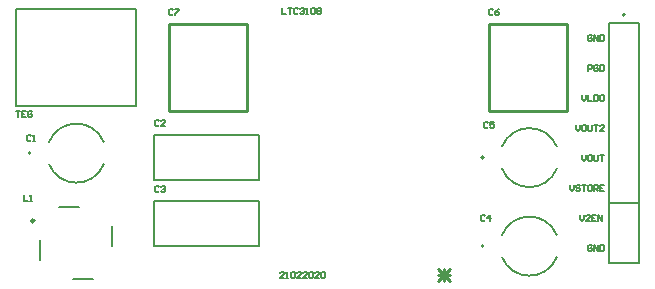
<source format=gto>
G04 Layer_Color=65535*
%FSLAX44Y44*%
%MOMM*%
G71*
G01*
G75*
%ADD13C,0.2540*%
%ADD25C,0.2000*%
%ADD26C,0.1270*%
%ADD27C,0.2500*%
D13*
X1045210Y695960D02*
Y769620D01*
X1111250D01*
Y695960D02*
Y769620D01*
X1045210Y695960D02*
X1111250D01*
X774700D02*
Y769620D01*
X840740D01*
Y695960D02*
Y769620D01*
X774700Y695960D02*
X840740D01*
X1002030Y562606D02*
X1012187Y552449D01*
X1002030D02*
X1012187Y562606D01*
X1002030Y557528D02*
X1012187D01*
X1007108Y552449D02*
Y562606D01*
D25*
X657330Y660400D02*
G03*
X657330Y660400I-1000J0D01*
G01*
X1040870Y581660D02*
G03*
X1040870Y581660I-1000J0D01*
G01*
Y656590D02*
G03*
X1040870Y656590I-1000J0D01*
G01*
X1160510Y777390D02*
G03*
X1160510Y777390I-1000J0D01*
G01*
X726460Y581700D02*
Y598700D01*
X693460Y553700D02*
X710460D01*
X665460Y569700D02*
Y586700D01*
X681460Y614700D02*
X698460D01*
X1146810Y618490D02*
X1172210D01*
Y567690D02*
Y618490D01*
X1146810Y567690D02*
X1172210D01*
X1146810D02*
Y618490D01*
X1172210D01*
X1146810Y770890D02*
X1172210D01*
X1146810Y618490D02*
Y770890D01*
X1172210Y618490D02*
Y770890D01*
X850900Y637540D02*
Y675640D01*
X762000Y637540D02*
X850900D01*
X762000D02*
Y675640D01*
X850900D01*
Y581660D02*
Y619760D01*
X762000Y581660D02*
X850900D01*
X762000D02*
Y619760D01*
X850900D01*
D26*
X719140Y669765D02*
G03*
X672780Y669765I-23180J-9365D01*
G01*
Y651035D02*
G03*
X719140Y651035I23180J9365D01*
G01*
X1102680Y591025D02*
G03*
X1056320Y591025I-23180J-9365D01*
G01*
Y572295D02*
G03*
X1102680Y572295I23180J9365D01*
G01*
Y665955D02*
G03*
X1056320Y665955I-23180J-9365D01*
G01*
Y647225D02*
G03*
X1102680Y647225I23180J9365D01*
G01*
X645160Y700680D02*
X746760D01*
X645160Y782680D02*
X746760D01*
Y700680D02*
Y782680D01*
X645160Y700680D02*
Y782680D01*
X872066Y554990D02*
X868680D01*
X872066Y558376D01*
Y559222D01*
X871219Y560068D01*
X869526D01*
X868680Y559222D01*
X873758Y554990D02*
X875451D01*
X874605D01*
Y560068D01*
X873758Y559222D01*
X877990D02*
X878837Y560068D01*
X880529D01*
X881376Y559222D01*
Y555836D01*
X880529Y554990D01*
X878837D01*
X877990Y555836D01*
Y559222D01*
X886454Y554990D02*
X883069D01*
X886454Y558376D01*
Y559222D01*
X885608Y560068D01*
X883915D01*
X883069Y559222D01*
X891533Y554990D02*
X888147D01*
X891533Y558376D01*
Y559222D01*
X890686Y560068D01*
X888993D01*
X888147Y559222D01*
X893225D02*
X894072Y560068D01*
X895765D01*
X896611Y559222D01*
Y555836D01*
X895765Y554990D01*
X894072D01*
X893225Y555836D01*
Y559222D01*
X901689Y554990D02*
X898304D01*
X901689Y558376D01*
Y559222D01*
X900843Y560068D01*
X899150D01*
X898304Y559222D01*
X903382D02*
X904229Y560068D01*
X905921D01*
X906768Y559222D01*
Y555836D01*
X905921Y554990D01*
X904229D01*
X903382Y555836D01*
Y559222D01*
X1132416Y582082D02*
X1131569Y582928D01*
X1129876D01*
X1129030Y582082D01*
Y578696D01*
X1129876Y577850D01*
X1131569D01*
X1132416Y578696D01*
Y580389D01*
X1130723D01*
X1134108Y577850D02*
Y582928D01*
X1137494Y577850D01*
Y582928D01*
X1139187D02*
Y577850D01*
X1141726D01*
X1142572Y578696D01*
Y582082D01*
X1141726Y582928D01*
X1139187D01*
X1132416Y759882D02*
X1131569Y760728D01*
X1129876D01*
X1129030Y759882D01*
Y756496D01*
X1129876Y755650D01*
X1131569D01*
X1132416Y756496D01*
Y758189D01*
X1130723D01*
X1134108Y755650D02*
Y760728D01*
X1137494Y755650D01*
Y760728D01*
X1139187D02*
Y755650D01*
X1141726D01*
X1142572Y756496D01*
Y759882D01*
X1141726Y760728D01*
X1139187D01*
X1122680Y608328D02*
Y604943D01*
X1124373Y603250D01*
X1126066Y604943D01*
Y608328D01*
X1131144Y603250D02*
X1127758D01*
X1131144Y606636D01*
Y607482D01*
X1130297Y608328D01*
X1128605D01*
X1127758Y607482D01*
X1136222Y608328D02*
X1132837D01*
Y603250D01*
X1136222D01*
X1132837Y605789D02*
X1134529D01*
X1137915Y603250D02*
Y608328D01*
X1141301Y603250D01*
Y608328D01*
X1113790Y633728D02*
Y630343D01*
X1115483Y628650D01*
X1117176Y630343D01*
Y633728D01*
X1122254Y632882D02*
X1121407Y633728D01*
X1119715D01*
X1118868Y632882D01*
Y632036D01*
X1119715Y631189D01*
X1121407D01*
X1122254Y630343D01*
Y629496D01*
X1121407Y628650D01*
X1119715D01*
X1118868Y629496D01*
X1123947Y633728D02*
X1127332D01*
X1125639D01*
Y628650D01*
X1131564Y633728D02*
X1129872D01*
X1129025Y632882D01*
Y629496D01*
X1129872Y628650D01*
X1131564D01*
X1132411Y629496D01*
Y632882D01*
X1131564Y633728D01*
X1134103Y628650D02*
Y633728D01*
X1136643D01*
X1137489Y632882D01*
Y631189D01*
X1136643Y630343D01*
X1134103D01*
X1135796D02*
X1137489Y628650D01*
X1142567Y633728D02*
X1139182D01*
Y628650D01*
X1142567D01*
X1139182Y631189D02*
X1140874D01*
X1123950Y659128D02*
Y655743D01*
X1125643Y654050D01*
X1127336Y655743D01*
Y659128D01*
X1131568D02*
X1129875D01*
X1129028Y658282D01*
Y654896D01*
X1129875Y654050D01*
X1131568D01*
X1132414Y654896D01*
Y658282D01*
X1131568Y659128D01*
X1134107D02*
Y654896D01*
X1134953Y654050D01*
X1136646D01*
X1137492Y654896D01*
Y659128D01*
X1139185D02*
X1142571D01*
X1140878D01*
Y654050D01*
X1118870Y684528D02*
Y681143D01*
X1120563Y679450D01*
X1122256Y681143D01*
Y684528D01*
X1126488D02*
X1124795D01*
X1123948Y683682D01*
Y680296D01*
X1124795Y679450D01*
X1126488D01*
X1127334Y680296D01*
Y683682D01*
X1126488Y684528D01*
X1129027D02*
Y680296D01*
X1129873Y679450D01*
X1131566D01*
X1132412Y680296D01*
Y684528D01*
X1134105D02*
X1137491D01*
X1135798D01*
Y679450D01*
X1142569D02*
X1139183D01*
X1142569Y682836D01*
Y683682D01*
X1141723Y684528D01*
X1140030D01*
X1139183Y683682D01*
X1123950Y709928D02*
Y706543D01*
X1125643Y704850D01*
X1127336Y706543D01*
Y709928D01*
X1129028D02*
Y704850D01*
X1132414D01*
X1134107Y709928D02*
Y704850D01*
X1136646D01*
X1137492Y705696D01*
Y709082D01*
X1136646Y709928D01*
X1134107D01*
X1141724D02*
X1140032D01*
X1139185Y709082D01*
Y705696D01*
X1140032Y704850D01*
X1141724D01*
X1142571Y705696D01*
Y709082D01*
X1141724Y709928D01*
X1129030Y730250D02*
Y735328D01*
X1131569D01*
X1132416Y734482D01*
Y732789D01*
X1131569Y731943D01*
X1129030D01*
X1137494Y734482D02*
X1136647Y735328D01*
X1134955D01*
X1134108Y734482D01*
Y731096D01*
X1134955Y730250D01*
X1136647D01*
X1137494Y731096D01*
Y732789D01*
X1135801D01*
X1139187Y735328D02*
Y730250D01*
X1141726D01*
X1142572Y731096D01*
Y734482D01*
X1141726Y735328D01*
X1139187D01*
X869950Y783588D02*
Y778510D01*
X873336D01*
X875028Y783588D02*
X878414D01*
X876721D01*
Y778510D01*
X883492Y782742D02*
X882646Y783588D01*
X880953D01*
X880107Y782742D01*
Y779356D01*
X880953Y778510D01*
X882646D01*
X883492Y779356D01*
X885185Y782742D02*
X886031Y783588D01*
X887724D01*
X888571Y782742D01*
Y781896D01*
X887724Y781049D01*
X886878D01*
X887724D01*
X888571Y780203D01*
Y779356D01*
X887724Y778510D01*
X886031D01*
X885185Y779356D01*
X890263Y778510D02*
X891956D01*
X891110D01*
Y783588D01*
X890263Y782742D01*
X894495D02*
X895342Y783588D01*
X897035D01*
X897881Y782742D01*
Y779356D01*
X897035Y778510D01*
X895342D01*
X894495Y779356D01*
Y782742D01*
X899574D02*
X900420Y783588D01*
X902113D01*
X902959Y782742D01*
Y781896D01*
X902113Y781049D01*
X902959Y780203D01*
Y779356D01*
X902113Y778510D01*
X900420D01*
X899574Y779356D01*
Y780203D01*
X900420Y781049D01*
X899574Y781896D01*
Y782742D01*
X900420Y781049D02*
X902113D01*
X645160Y695958D02*
X648546D01*
X646853D01*
Y690880D01*
X653624Y695958D02*
X650238D01*
Y690880D01*
X653624D01*
X650238Y693419D02*
X651931D01*
X658702Y695112D02*
X657856Y695958D01*
X656163D01*
X655317Y695112D01*
Y691726D01*
X656163Y690880D01*
X657856D01*
X658702Y691726D01*
Y693419D01*
X657010D01*
X657836Y674792D02*
X656989Y675638D01*
X655296D01*
X654450Y674792D01*
Y671406D01*
X655296Y670560D01*
X656989D01*
X657836Y671406D01*
X659528Y670560D02*
X661221D01*
X660375D01*
Y675638D01*
X659528Y674792D01*
X651910Y624788D02*
Y619710D01*
X655296D01*
X656988D02*
X658681D01*
X657835D01*
Y624788D01*
X656988Y623942D01*
X1042246Y607482D02*
X1041399Y608328D01*
X1039706D01*
X1038860Y607482D01*
Y604096D01*
X1039706Y603250D01*
X1041399D01*
X1042246Y604096D01*
X1046478Y603250D02*
Y608328D01*
X1043938Y605789D01*
X1047324D01*
X1044786Y686222D02*
X1043939Y687068D01*
X1042246D01*
X1041400Y686222D01*
Y682836D01*
X1042246Y681990D01*
X1043939D01*
X1044786Y682836D01*
X1049864Y687068D02*
X1046478D01*
Y684529D01*
X1048171Y685376D01*
X1049017D01*
X1049864Y684529D01*
Y682836D01*
X1049017Y681990D01*
X1047325D01*
X1046478Y682836D01*
X765640Y687238D02*
X764793Y688084D01*
X763100D01*
X762254Y687238D01*
Y683852D01*
X763100Y683006D01*
X764793D01*
X765640Y683852D01*
X770718Y683006D02*
X767332D01*
X770718Y686392D01*
Y687238D01*
X769872Y688084D01*
X768179D01*
X767332Y687238D01*
X765640Y631358D02*
X764793Y632204D01*
X763100D01*
X762254Y631358D01*
Y627972D01*
X763100Y627126D01*
X764793D01*
X765640Y627972D01*
X767332Y631358D02*
X768179Y632204D01*
X769872D01*
X770718Y631358D01*
Y630512D01*
X769872Y629665D01*
X769025D01*
X769872D01*
X770718Y628819D01*
Y627972D01*
X769872Y627126D01*
X768179D01*
X767332Y627972D01*
X1048596Y781472D02*
X1047749Y782318D01*
X1046056D01*
X1045210Y781472D01*
Y778086D01*
X1046056Y777240D01*
X1047749D01*
X1048596Y778086D01*
X1053674Y782318D02*
X1051981Y781472D01*
X1050288Y779779D01*
Y778086D01*
X1051135Y777240D01*
X1052828D01*
X1053674Y778086D01*
Y778933D01*
X1052828Y779779D01*
X1050288D01*
X778086Y781472D02*
X777239Y782318D01*
X775546D01*
X774700Y781472D01*
Y778086D01*
X775546Y777240D01*
X777239D01*
X778086Y778086D01*
X779778Y782318D02*
X783164D01*
Y781472D01*
X779778Y778086D01*
Y777240D01*
D27*
X660210Y603200D02*
G03*
X660210Y603200I-1250J0D01*
G01*
M02*

</source>
